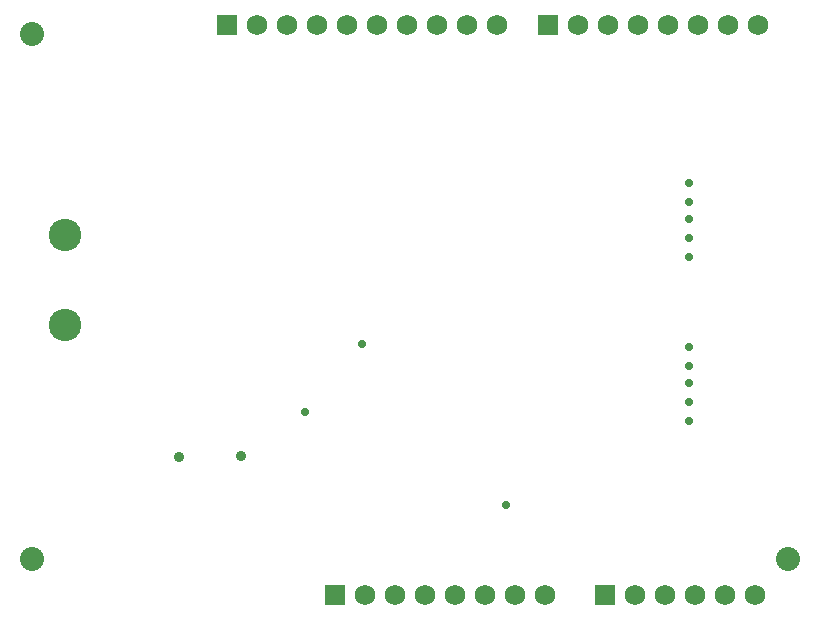
<source format=gbs>
G04*
G04 #@! TF.GenerationSoftware,Altium Limited,Altium Designer,22.10.1 (41)*
G04*
G04 Layer_Color=16711935*
%FSLAX44Y44*%
%MOMM*%
G71*
G04*
G04 #@! TF.SameCoordinates,3906EDFC-F3CD-4CEC-90A2-A8884CA3E33F*
G04*
G04*
G04 #@! TF.FilePolarity,Negative*
G04*
G01*
G75*
%ADD28C,1.7272*%
%ADD29R,1.7272X1.7272*%
%ADD30C,2.0320*%
%ADD31C,2.7432*%
%ADD32C,0.7112*%
%ADD33C,0.9144*%
D28*
X635000Y25400D02*
D03*
X609600D02*
D03*
X584200D02*
D03*
X558800D02*
D03*
X533400D02*
D03*
X365760Y508000D02*
D03*
X340360D02*
D03*
X314960D02*
D03*
X289560D02*
D03*
X264160D02*
D03*
X238760D02*
D03*
X213360D02*
D03*
X416560D02*
D03*
X391160D02*
D03*
X485140D02*
D03*
X510540D02*
D03*
X535940D02*
D03*
X561340D02*
D03*
X586740D02*
D03*
X612140D02*
D03*
X637540D02*
D03*
X304800Y25400D02*
D03*
X330200D02*
D03*
X355600D02*
D03*
X381000D02*
D03*
X406400D02*
D03*
X431800D02*
D03*
X457200D02*
D03*
D29*
X508000D02*
D03*
X187960Y508000D02*
D03*
X459740D02*
D03*
X279400Y25400D02*
D03*
D30*
X663603Y55900D02*
D03*
X22860D02*
D03*
Y500380D02*
D03*
D31*
X50800Y254000D02*
D03*
Y330200D02*
D03*
D32*
X302514Y237998D02*
D03*
X579882Y343475D02*
D03*
Y358206D02*
D03*
Y373955D02*
D03*
Y327980D02*
D03*
Y311724D02*
D03*
Y172974D02*
D03*
Y189230D02*
D03*
Y235204D02*
D03*
Y219456D02*
D03*
Y204724D02*
D03*
X424942Y101600D02*
D03*
X254000Y180340D02*
D03*
D33*
X200152Y143256D02*
D03*
X147320Y142240D02*
D03*
M02*

</source>
